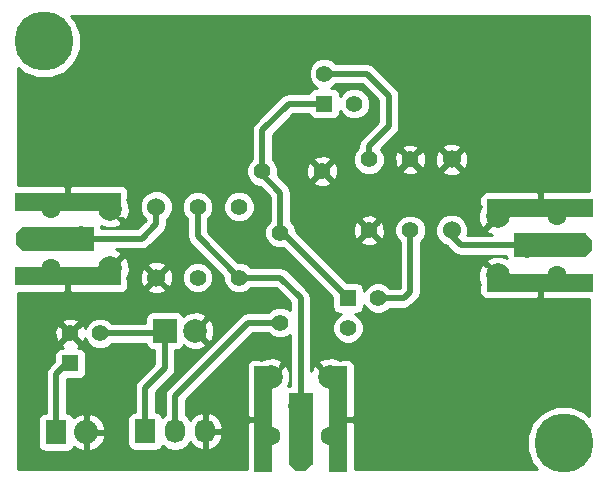
<source format=gbl>
G04 #@! TF.FileFunction,Copper,L2,Bot,Signal*
%FSLAX45Y45*%
G04 Gerber Fmt 4.5, Leading zero omitted, Abs format (unit mm)*
G04 Created by KiCad (PCBNEW (2015-01-25 BZR 5388)-product) date Mo 03 Aug 2015 14:19:02 CEST*
%MOMM*%
G01*
G04 APERTURE LIST*
%ADD10C,0.150000*%
%ADD11R,1.800000X2.032000*%
%ADD12O,2.032000X2.032000*%
%ADD13C,5.001260*%
%ADD14C,1.524000*%
%ADD15C,1.397000*%
%ADD16R,1.397000X1.397000*%
%ADD17R,1.998980X1.998980*%
%ADD18C,1.998980*%
%ADD19R,1.524000X8.999220*%
%ADD20R,1.998980X6.096000*%
%ADD21C,1.600200*%
%ADD22R,8.999220X1.524000*%
%ADD23R,6.096000X1.998980*%
%ADD24R,1.727200X2.032000*%
%ADD25O,1.727200X2.032000*%
%ADD26C,0.508000*%
%ADD27C,0.254000*%
G04 APERTURE END LIST*
D10*
D11*
X12803000Y-9810000D03*
D12*
X13057000Y-9810000D03*
D13*
X17100042Y-9900158D03*
X12700000Y-6499860D03*
D14*
X16150082Y-8100060D03*
X16150082Y-7500112D03*
D15*
X15800070Y-8100060D03*
X15800070Y-7500112D03*
X15450058Y-8100060D03*
X15450058Y-7500112D03*
D14*
X13649960Y-7899908D03*
X13649960Y-8499856D03*
D15*
X13999972Y-7899908D03*
X13999972Y-8499856D03*
X14349984Y-7899908D03*
X14349984Y-8499856D03*
X15527020Y-8673084D03*
D16*
X15273020Y-8673084D03*
D15*
X15273020Y-8927084D03*
X14699996Y-8881110D03*
X14699996Y-8119110D03*
D17*
X13723112Y-8949944D03*
D18*
X13977112Y-8949944D03*
D15*
X14546072Y-7599934D03*
X15054072Y-7599934D03*
D16*
X12923012Y-9227058D03*
D15*
X12923012Y-8973058D03*
X13177012Y-8973058D03*
X15073122Y-6772910D03*
D16*
X15073122Y-7026910D03*
D15*
X15327122Y-7026910D03*
D19*
X15189454Y-9700006D03*
D10*
G36*
X14773021Y-10089261D02*
X14972919Y-10089261D01*
X14912975Y-10139299D01*
X14832965Y-10139299D01*
X14773021Y-10089261D01*
X14773021Y-10089261D01*
G37*
D19*
X14556994Y-9700006D03*
D20*
X14872970Y-9784080D03*
D18*
X14867890Y-9590024D03*
D21*
X14617954Y-9839960D03*
X15118080Y-9839960D03*
D18*
X15118080Y-9340088D03*
X14617954Y-9340088D03*
D22*
X16899890Y-7910576D03*
D10*
G36*
X17289145Y-8327009D02*
X17289145Y-8127111D01*
X17339183Y-8187055D01*
X17339183Y-8267065D01*
X17289145Y-8327009D01*
X17289145Y-8327009D01*
G37*
D22*
X16899890Y-8543036D03*
D23*
X16983964Y-8227060D03*
D18*
X16789908Y-8232140D03*
D21*
X17039844Y-8482076D03*
X17039844Y-7981950D03*
D18*
X16539972Y-7981950D03*
X16539972Y-8482076D03*
D22*
X12900152Y-8489442D03*
D10*
G36*
X12510897Y-8073009D02*
X12510897Y-8272907D01*
X12460859Y-8212963D01*
X12460859Y-8132953D01*
X12510897Y-8073009D01*
X12510897Y-8073009D01*
G37*
D22*
X12900152Y-7856982D03*
D23*
X12816078Y-8172958D03*
D18*
X13010134Y-8167878D03*
D21*
X12760198Y-7917942D03*
X12760198Y-8418068D03*
D18*
X13260070Y-8418068D03*
X13260070Y-7917942D03*
D24*
X13556000Y-9800000D03*
D25*
X13810000Y-9800000D03*
X14064000Y-9800000D03*
D26*
X14546072Y-7253986D02*
X14773148Y-7026910D01*
X14546072Y-7599934D02*
X14546072Y-7626096D01*
X14546072Y-7626096D02*
X14699996Y-7780020D01*
X14773148Y-7026910D02*
X15073122Y-7026910D01*
X14546072Y-7599934D02*
X14546072Y-7253986D01*
X14699996Y-8100060D02*
X15273020Y-8673084D01*
X14699996Y-7780020D02*
X14699996Y-8100060D01*
X13723112Y-8949944D02*
X13723112Y-9266888D01*
X13556000Y-9434000D02*
X13556000Y-9800000D01*
X13723112Y-9266888D02*
X13556000Y-9434000D01*
X13699998Y-8973058D02*
X13723112Y-8949944D01*
X13177012Y-8973058D02*
X13699998Y-8973058D01*
X12923012Y-9227058D02*
X12892942Y-9227058D01*
X12892942Y-9227058D02*
X12803000Y-9317000D01*
X12803000Y-9317000D02*
X12803000Y-9810000D01*
X15527020Y-8673084D02*
X15746984Y-8673084D01*
X15746984Y-8673084D02*
X15800070Y-8619998D01*
X15800070Y-8619998D02*
X15800070Y-8100060D01*
X15450058Y-7389876D02*
X15619984Y-7219950D01*
X15619984Y-7219950D02*
X15619984Y-6959854D01*
X15619984Y-6959854D02*
X15433040Y-6772910D01*
X15433040Y-6772910D02*
X15073122Y-6772910D01*
X15450058Y-7500112D02*
X15450058Y-7389876D01*
X13810000Y-9800000D02*
X13810000Y-9500000D01*
X14428890Y-8881110D02*
X14699996Y-8881110D01*
X13810000Y-9500000D02*
X14428890Y-8881110D01*
X12816078Y-8172958D02*
X12485878Y-8172958D01*
X13649960Y-7899908D02*
X13649960Y-8050022D01*
X13649960Y-8050022D02*
X13527024Y-8172958D01*
X13527024Y-8172958D02*
X12816078Y-8172958D01*
X16983964Y-8227060D02*
X17314164Y-8227060D01*
X16150082Y-8149844D02*
X16227298Y-8227060D01*
X16227298Y-8227060D02*
X16983964Y-8227060D01*
X16150082Y-8100060D02*
X16150082Y-8149844D01*
X14872970Y-9784080D02*
X14872970Y-10114280D01*
X13999972Y-8149844D02*
X14349984Y-8499856D01*
X13999972Y-7899908D02*
X13999972Y-8149844D01*
X14699742Y-8499856D02*
X14872970Y-8673084D01*
X14872970Y-8673084D02*
X14872970Y-9784080D01*
X14349984Y-8499856D02*
X14699742Y-8499856D01*
D27*
G36*
X17317466Y-9674129D02*
X17277893Y-9634487D01*
X17162687Y-9586650D01*
X17037944Y-9586541D01*
X16922655Y-9634177D01*
X16834371Y-9722307D01*
X16786534Y-9837513D01*
X16786425Y-9962256D01*
X16834061Y-10077545D01*
X16873775Y-10117328D01*
X15934663Y-10117328D01*
X15934663Y-7519364D01*
X15931785Y-7466392D01*
X15917050Y-7430819D01*
X15893489Y-7424654D01*
X15875528Y-7442614D01*
X15875528Y-7406693D01*
X15869363Y-7383132D01*
X15819322Y-7365519D01*
X15766350Y-7368397D01*
X15730777Y-7383132D01*
X15724612Y-7406693D01*
X15800070Y-7482151D01*
X15875528Y-7406693D01*
X15875528Y-7442614D01*
X15818030Y-7500112D01*
X15893489Y-7575570D01*
X15917050Y-7569405D01*
X15934663Y-7519364D01*
X15934663Y-10117328D01*
X15933443Y-10117328D01*
X15933443Y-8073651D01*
X15913185Y-8024622D01*
X15875705Y-7987077D01*
X15875528Y-7987004D01*
X15875528Y-7593531D01*
X15800070Y-7518072D01*
X15782109Y-7536033D01*
X15782109Y-7500112D01*
X15706651Y-7424654D01*
X15683090Y-7430819D01*
X15665477Y-7480860D01*
X15668355Y-7533832D01*
X15683090Y-7569405D01*
X15706651Y-7575570D01*
X15782109Y-7500112D01*
X15782109Y-7536033D01*
X15724612Y-7593531D01*
X15730777Y-7617092D01*
X15780818Y-7634705D01*
X15833790Y-7631827D01*
X15869363Y-7617092D01*
X15875528Y-7593531D01*
X15875528Y-7987004D01*
X15826711Y-7966733D01*
X15773661Y-7966687D01*
X15724632Y-7986945D01*
X15687087Y-8024425D01*
X15666743Y-8073419D01*
X15666697Y-8126469D01*
X15686955Y-8175498D01*
X15711170Y-8199755D01*
X15711170Y-8583174D01*
X15710160Y-8584184D01*
X15626696Y-8584184D01*
X15602655Y-8560101D01*
X15584651Y-8552625D01*
X15584651Y-8119312D01*
X15581773Y-8066340D01*
X15567038Y-8030767D01*
X15543477Y-8024602D01*
X15525516Y-8042562D01*
X15525516Y-8006641D01*
X15519351Y-7983080D01*
X15469310Y-7965467D01*
X15416338Y-7968345D01*
X15380765Y-7983080D01*
X15374600Y-8006641D01*
X15450058Y-8082099D01*
X15525516Y-8006641D01*
X15525516Y-8042562D01*
X15468018Y-8100060D01*
X15543477Y-8175518D01*
X15567038Y-8169353D01*
X15584651Y-8119312D01*
X15584651Y-8552625D01*
X15553661Y-8539757D01*
X15525516Y-8539733D01*
X15525516Y-8193479D01*
X15450058Y-8118020D01*
X15432097Y-8135981D01*
X15432097Y-8100060D01*
X15356639Y-8024602D01*
X15333078Y-8030767D01*
X15315465Y-8080808D01*
X15318343Y-8133780D01*
X15333078Y-8169353D01*
X15356639Y-8175518D01*
X15432097Y-8100060D01*
X15432097Y-8135981D01*
X15374600Y-8193479D01*
X15380765Y-8217040D01*
X15430806Y-8234653D01*
X15483778Y-8231775D01*
X15519351Y-8217040D01*
X15525516Y-8193479D01*
X15525516Y-8539733D01*
X15500611Y-8539711D01*
X15451582Y-8559969D01*
X15414037Y-8597449D01*
X15407614Y-8612918D01*
X15407614Y-8603234D01*
X15402916Y-8579022D01*
X15388937Y-8557741D01*
X15367834Y-8543496D01*
X15342870Y-8538490D01*
X15264150Y-8538490D01*
X15188665Y-8463005D01*
X15188665Y-7619186D01*
X15185787Y-7566214D01*
X15171052Y-7530641D01*
X15147491Y-7524476D01*
X15129530Y-7542436D01*
X15129530Y-7506515D01*
X15123365Y-7482954D01*
X15073324Y-7465341D01*
X15020352Y-7468219D01*
X14984779Y-7482954D01*
X14978614Y-7506515D01*
X15054072Y-7581973D01*
X15129530Y-7506515D01*
X15129530Y-7542436D01*
X15072032Y-7599934D01*
X15147491Y-7675392D01*
X15171052Y-7669227D01*
X15188665Y-7619186D01*
X15188665Y-8463005D01*
X15129530Y-8403871D01*
X15129530Y-7693353D01*
X15054072Y-7617894D01*
X15036111Y-7635855D01*
X15036111Y-7599934D01*
X14960653Y-7524476D01*
X14937092Y-7530641D01*
X14919479Y-7580682D01*
X14922357Y-7633654D01*
X14937092Y-7669227D01*
X14960653Y-7675392D01*
X15036111Y-7599934D01*
X15036111Y-7635855D01*
X14978614Y-7693353D01*
X14984779Y-7716914D01*
X15034820Y-7734527D01*
X15087792Y-7731649D01*
X15123365Y-7716914D01*
X15129530Y-7693353D01*
X15129530Y-8403871D01*
X14833356Y-8107696D01*
X14833369Y-8092701D01*
X14813111Y-8043672D01*
X14788896Y-8019415D01*
X14788896Y-7780020D01*
X14782129Y-7745999D01*
X14782129Y-7745999D01*
X14762858Y-7717158D01*
X14677309Y-7631609D01*
X14679399Y-7626575D01*
X14679445Y-7573525D01*
X14659187Y-7524496D01*
X14634972Y-7500239D01*
X14634972Y-7290810D01*
X14809972Y-7115810D01*
X14942224Y-7115810D01*
X14943226Y-7120972D01*
X14957205Y-7142253D01*
X14978308Y-7156498D01*
X15003272Y-7161504D01*
X15142972Y-7161504D01*
X15167184Y-7156806D01*
X15188465Y-7142827D01*
X15202710Y-7121724D01*
X15207716Y-7096760D01*
X15207716Y-7087122D01*
X15214007Y-7102348D01*
X15251487Y-7139893D01*
X15300481Y-7160237D01*
X15353531Y-7160283D01*
X15402560Y-7140025D01*
X15440105Y-7102545D01*
X15460449Y-7053551D01*
X15460495Y-7000501D01*
X15440237Y-6951472D01*
X15402757Y-6913927D01*
X15353763Y-6893583D01*
X15300713Y-6893537D01*
X15251684Y-6913795D01*
X15214139Y-6951275D01*
X15207716Y-6966744D01*
X15207716Y-6957060D01*
X15203018Y-6932848D01*
X15189039Y-6911567D01*
X15167936Y-6897322D01*
X15142972Y-6892316D01*
X15133334Y-6892316D01*
X15148560Y-6886025D01*
X15172817Y-6861810D01*
X15396216Y-6861810D01*
X15531084Y-6996678D01*
X15531084Y-7183126D01*
X15387196Y-7327014D01*
X15367925Y-7355855D01*
X15361158Y-7389876D01*
X15361158Y-7400436D01*
X15337075Y-7424477D01*
X15316731Y-7473471D01*
X15316685Y-7526521D01*
X15336943Y-7575550D01*
X15374423Y-7613095D01*
X15423417Y-7633439D01*
X15476467Y-7633485D01*
X15525496Y-7613227D01*
X15563041Y-7575747D01*
X15583385Y-7526753D01*
X15583431Y-7473703D01*
X15563173Y-7424674D01*
X15552088Y-7413570D01*
X15682846Y-7282812D01*
X15702117Y-7253971D01*
X15702117Y-7253970D01*
X15708884Y-7219950D01*
X15708884Y-6959854D01*
X15702117Y-6925833D01*
X15682846Y-6896992D01*
X15495902Y-6710048D01*
X15467061Y-6690777D01*
X15433040Y-6684010D01*
X15172798Y-6684010D01*
X15148757Y-6659927D01*
X15099763Y-6639583D01*
X15046713Y-6639537D01*
X14997684Y-6659795D01*
X14960139Y-6697275D01*
X14939795Y-6746269D01*
X14939749Y-6799319D01*
X14960007Y-6848348D01*
X14997487Y-6885893D01*
X15012956Y-6892316D01*
X15003272Y-6892316D01*
X14979060Y-6897014D01*
X14957779Y-6910993D01*
X14943534Y-6932096D01*
X14942348Y-6938010D01*
X14773148Y-6938010D01*
X14739127Y-6944777D01*
X14710286Y-6964048D01*
X14483210Y-7191124D01*
X14463939Y-7219965D01*
X14457172Y-7253986D01*
X14457172Y-7500258D01*
X14433089Y-7524299D01*
X14412745Y-7573293D01*
X14412699Y-7626343D01*
X14432957Y-7675372D01*
X14470437Y-7712917D01*
X14519431Y-7733261D01*
X14527520Y-7733268D01*
X14611096Y-7816844D01*
X14611096Y-8019434D01*
X14587013Y-8043475D01*
X14566669Y-8092469D01*
X14566623Y-8145519D01*
X14586881Y-8194548D01*
X14624361Y-8232093D01*
X14673355Y-8252437D01*
X14726405Y-8252483D01*
X14726610Y-8252398D01*
X15138426Y-8664214D01*
X15138426Y-8742934D01*
X15143124Y-8767146D01*
X15157103Y-8788427D01*
X15178206Y-8802672D01*
X15203170Y-8807678D01*
X15212808Y-8807678D01*
X15197582Y-8813969D01*
X15160037Y-8851449D01*
X15139693Y-8900443D01*
X15139647Y-8953493D01*
X15159905Y-9002522D01*
X15197385Y-9040067D01*
X15246379Y-9060411D01*
X15299429Y-9060457D01*
X15348458Y-9040199D01*
X15386003Y-9002719D01*
X15406347Y-8953725D01*
X15406393Y-8900675D01*
X15386135Y-8851646D01*
X15348655Y-8814101D01*
X15333186Y-8807678D01*
X15342870Y-8807678D01*
X15367082Y-8802980D01*
X15388363Y-8789001D01*
X15402608Y-8767898D01*
X15407614Y-8742934D01*
X15407614Y-8733296D01*
X15413905Y-8748522D01*
X15451385Y-8786067D01*
X15500379Y-8806411D01*
X15553429Y-8806457D01*
X15602458Y-8786199D01*
X15626715Y-8761984D01*
X15746984Y-8761984D01*
X15781004Y-8755217D01*
X15781005Y-8755217D01*
X15809846Y-8735946D01*
X15862932Y-8682860D01*
X15882203Y-8654019D01*
X15888970Y-8619998D01*
X15888970Y-8199736D01*
X15913053Y-8175695D01*
X15933397Y-8126701D01*
X15933443Y-8073651D01*
X15933443Y-10117328D01*
X15329154Y-10117328D01*
X15329154Y-9728581D01*
X15313279Y-9712706D01*
X15202154Y-9712706D01*
X15202154Y-9714706D01*
X15193529Y-9714706D01*
X15193486Y-9714565D01*
X15174754Y-9707832D01*
X15174754Y-9687306D01*
X15176754Y-9687306D01*
X15176754Y-9493881D01*
X15202154Y-9483360D01*
X15202154Y-9687306D01*
X15313279Y-9687306D01*
X15329154Y-9671431D01*
X15329154Y-9237414D01*
X15319487Y-9214075D01*
X15301624Y-9196212D01*
X15278285Y-9186545D01*
X15253023Y-9186545D01*
X15218029Y-9186545D01*
X15205720Y-9198854D01*
X15205476Y-9198192D01*
X15144522Y-9175548D01*
X15079542Y-9177954D01*
X15030684Y-9198192D01*
X15020824Y-9224872D01*
X15049754Y-9253801D01*
X15049754Y-9289723D01*
X15002864Y-9242832D01*
X14976183Y-9252692D01*
X14961870Y-9291223D01*
X14961870Y-8673084D01*
X14955103Y-8639064D01*
X14955103Y-8639063D01*
X14935832Y-8610222D01*
X14762604Y-8436994D01*
X14733763Y-8417723D01*
X14699742Y-8410956D01*
X14483357Y-8410956D01*
X14483357Y-7873499D01*
X14463099Y-7824470D01*
X14425619Y-7786925D01*
X14376625Y-7766581D01*
X14323575Y-7766535D01*
X14274546Y-7786793D01*
X14237001Y-7824273D01*
X14216657Y-7873267D01*
X14216611Y-7926317D01*
X14236869Y-7975346D01*
X14274349Y-8012891D01*
X14323343Y-8033235D01*
X14376393Y-8033281D01*
X14425422Y-8013023D01*
X14462967Y-7975543D01*
X14483311Y-7926549D01*
X14483357Y-7873499D01*
X14483357Y-8410956D01*
X14449660Y-8410956D01*
X14425619Y-8386873D01*
X14376625Y-8366529D01*
X14342351Y-8366499D01*
X14088872Y-8113020D01*
X14088872Y-7999584D01*
X14112955Y-7975543D01*
X14133299Y-7926549D01*
X14133345Y-7873499D01*
X14113087Y-7824470D01*
X14075607Y-7786925D01*
X14026613Y-7766581D01*
X13973563Y-7766535D01*
X13924534Y-7786793D01*
X13886989Y-7824273D01*
X13866645Y-7873267D01*
X13866599Y-7926317D01*
X13886857Y-7975346D01*
X13911072Y-7999603D01*
X13911072Y-8149844D01*
X13917839Y-8183865D01*
X13937110Y-8212706D01*
X14216640Y-8492236D01*
X14216611Y-8526265D01*
X14236869Y-8575294D01*
X14274349Y-8612839D01*
X14323343Y-8633183D01*
X14376393Y-8633229D01*
X14425422Y-8612971D01*
X14449679Y-8588756D01*
X14662918Y-8588756D01*
X14784070Y-8709908D01*
X14784070Y-8776581D01*
X14775631Y-8768127D01*
X14726637Y-8747783D01*
X14673587Y-8747737D01*
X14624558Y-8767995D01*
X14600301Y-8792210D01*
X14428890Y-8792210D01*
X14394869Y-8798977D01*
X14366028Y-8818248D01*
X14141652Y-9042624D01*
X14141652Y-8976386D01*
X14139246Y-8911406D01*
X14133345Y-8897160D01*
X14133345Y-8473447D01*
X14113087Y-8424418D01*
X14075607Y-8386873D01*
X14026613Y-8366529D01*
X13973563Y-8366483D01*
X13924534Y-8386741D01*
X13886989Y-8424221D01*
X13866645Y-8473215D01*
X13866599Y-8526265D01*
X13886857Y-8575294D01*
X13924337Y-8612839D01*
X13973331Y-8633183D01*
X14026381Y-8633229D01*
X14075410Y-8612971D01*
X14112955Y-8575491D01*
X14133299Y-8526497D01*
X14133345Y-8473447D01*
X14133345Y-8897160D01*
X14119008Y-8862548D01*
X14092328Y-8852688D01*
X13995072Y-8949944D01*
X14092328Y-9047200D01*
X14119008Y-9037340D01*
X14141652Y-8976386D01*
X14141652Y-9042624D01*
X13747138Y-9437138D01*
X13727867Y-9465979D01*
X13721100Y-9500000D01*
X13721100Y-9664155D01*
X13704033Y-9675559D01*
X13702978Y-9677137D01*
X13702406Y-9674188D01*
X13688427Y-9652907D01*
X13667324Y-9638662D01*
X13644900Y-9634165D01*
X13644900Y-9470824D01*
X13785974Y-9329750D01*
X13805245Y-9300909D01*
X13805245Y-9300909D01*
X13812012Y-9266888D01*
X13812012Y-9114637D01*
X13823061Y-9114637D01*
X13847273Y-9109939D01*
X13868554Y-9095960D01*
X13882799Y-9074857D01*
X13883024Y-9073732D01*
X13889716Y-9091841D01*
X13950670Y-9114484D01*
X14015650Y-9112078D01*
X14064508Y-9091841D01*
X14074368Y-9065160D01*
X13977112Y-8967905D01*
X13975698Y-8969319D01*
X13957737Y-8951358D01*
X13959151Y-8949944D01*
X13957737Y-8948530D01*
X13975698Y-8930569D01*
X13977112Y-8931984D01*
X14074368Y-8834728D01*
X14064508Y-8808048D01*
X14003554Y-8785404D01*
X13938574Y-8787810D01*
X13889716Y-8808048D01*
X13883126Y-8825880D01*
X13883107Y-8825783D01*
X13869128Y-8804502D01*
X13848025Y-8790257D01*
X13823061Y-8785251D01*
X13790874Y-8785251D01*
X13790874Y-8520626D01*
X13788096Y-8465119D01*
X13772200Y-8426742D01*
X13747981Y-8419795D01*
X13730021Y-8437756D01*
X13730021Y-8401835D01*
X13723074Y-8377616D01*
X13670730Y-8358942D01*
X13615223Y-8361720D01*
X13576846Y-8377616D01*
X13569899Y-8401835D01*
X13649960Y-8481896D01*
X13730021Y-8401835D01*
X13730021Y-8437756D01*
X13667920Y-8499856D01*
X13747981Y-8579917D01*
X13772200Y-8572970D01*
X13790874Y-8520626D01*
X13790874Y-8785251D01*
X13730021Y-8785251D01*
X13730021Y-8597877D01*
X13649960Y-8517817D01*
X13631999Y-8535777D01*
X13631999Y-8499856D01*
X13551939Y-8419795D01*
X13527720Y-8426742D01*
X13509046Y-8479086D01*
X13511824Y-8534593D01*
X13527720Y-8572970D01*
X13551939Y-8579917D01*
X13631999Y-8499856D01*
X13631999Y-8535777D01*
X13569899Y-8597877D01*
X13576846Y-8622096D01*
X13629190Y-8640770D01*
X13684697Y-8637992D01*
X13723074Y-8622096D01*
X13730021Y-8597877D01*
X13730021Y-8785251D01*
X13623163Y-8785251D01*
X13598951Y-8789949D01*
X13577670Y-8803928D01*
X13563425Y-8825031D01*
X13558419Y-8849995D01*
X13558419Y-8884158D01*
X13276688Y-8884158D01*
X13252647Y-8860075D01*
X13203653Y-8839731D01*
X13150603Y-8839685D01*
X13101574Y-8859943D01*
X13064029Y-8897423D01*
X13050681Y-8929570D01*
X13039992Y-8903765D01*
X13016431Y-8897600D01*
X12998470Y-8915560D01*
X12998470Y-8879639D01*
X12992305Y-8856078D01*
X12942264Y-8838465D01*
X12889292Y-8841343D01*
X12853719Y-8856078D01*
X12847554Y-8879639D01*
X12923012Y-8955098D01*
X12998470Y-8879639D01*
X12998470Y-8915560D01*
X12940972Y-8973058D01*
X13016431Y-9048516D01*
X13039992Y-9042351D01*
X13049820Y-9014427D01*
X13063897Y-9048496D01*
X13101377Y-9086041D01*
X13150371Y-9106385D01*
X13203421Y-9106431D01*
X13252450Y-9086173D01*
X13276707Y-9061958D01*
X13560760Y-9061958D01*
X13563117Y-9074105D01*
X13577096Y-9095386D01*
X13598199Y-9109631D01*
X13623163Y-9114637D01*
X13634212Y-9114637D01*
X13634212Y-9230064D01*
X13493138Y-9371138D01*
X13473867Y-9399979D01*
X13467100Y-9434000D01*
X13467100Y-9634149D01*
X13445428Y-9638354D01*
X13424147Y-9652333D01*
X13409902Y-9673436D01*
X13404896Y-9698400D01*
X13404896Y-9901600D01*
X13409594Y-9925812D01*
X13423573Y-9947093D01*
X13444676Y-9961338D01*
X13469640Y-9966344D01*
X13642360Y-9966344D01*
X13666572Y-9961646D01*
X13687853Y-9947667D01*
X13702098Y-9926564D01*
X13702872Y-9922704D01*
X13704033Y-9924442D01*
X13752651Y-9956927D01*
X13810000Y-9968335D01*
X13867349Y-9956927D01*
X13915967Y-9924442D01*
X13936646Y-9893493D01*
X13973796Y-9935073D01*
X14026521Y-9960471D01*
X14028097Y-9960736D01*
X14051300Y-9948622D01*
X14051300Y-9812700D01*
X14049300Y-9812700D01*
X14049300Y-9787300D01*
X14051300Y-9787300D01*
X14051300Y-9651378D01*
X14028097Y-9639264D01*
X14026521Y-9639529D01*
X13973796Y-9664927D01*
X13936646Y-9706507D01*
X13915967Y-9675559D01*
X13898900Y-9664155D01*
X13898900Y-9536824D01*
X14465714Y-8970010D01*
X14600320Y-8970010D01*
X14624361Y-8994093D01*
X14673355Y-9014437D01*
X14726405Y-9014483D01*
X14775434Y-8994225D01*
X14784070Y-8985604D01*
X14784070Y-9414216D01*
X14764635Y-9414605D01*
X14782494Y-9366530D01*
X14780088Y-9301550D01*
X14759850Y-9252692D01*
X14733170Y-9242832D01*
X14696694Y-9279309D01*
X14696694Y-9243387D01*
X14715210Y-9224872D01*
X14705350Y-9198192D01*
X14644396Y-9175548D01*
X14579416Y-9177954D01*
X14537281Y-9195407D01*
X14528419Y-9186545D01*
X14493425Y-9186545D01*
X14468163Y-9186545D01*
X14444824Y-9196212D01*
X14426961Y-9214075D01*
X14417294Y-9237414D01*
X14417294Y-9671431D01*
X14433169Y-9687306D01*
X14544294Y-9687306D01*
X14544294Y-9487087D01*
X14569694Y-9496523D01*
X14569694Y-9687306D01*
X14571694Y-9687306D01*
X14571694Y-9702492D01*
X14544294Y-9713842D01*
X14544294Y-9712706D01*
X14433169Y-9712706D01*
X14417294Y-9728581D01*
X14417294Y-10117328D01*
X14212518Y-10117328D01*
X14212518Y-9836191D01*
X14212518Y-9763809D01*
X14193195Y-9708568D01*
X14154204Y-9664927D01*
X14101479Y-9639529D01*
X14099903Y-9639264D01*
X14076700Y-9651378D01*
X14076700Y-9787300D01*
X14198092Y-9787300D01*
X14212518Y-9763809D01*
X14212518Y-9836191D01*
X14198092Y-9812700D01*
X14076700Y-9812700D01*
X14076700Y-9948622D01*
X14099903Y-9960736D01*
X14101479Y-9960471D01*
X14154204Y-9935073D01*
X14193195Y-9891432D01*
X14212518Y-9836191D01*
X14212518Y-10117328D01*
X13217597Y-10117328D01*
X13217597Y-9848294D01*
X13217597Y-9771706D01*
X13197638Y-9723518D01*
X13153838Y-9676281D01*
X13095295Y-9649402D01*
X13069700Y-9661263D01*
X13069700Y-9797300D01*
X13205684Y-9797300D01*
X13217597Y-9771706D01*
X13217597Y-9848294D01*
X13205684Y-9822700D01*
X13069700Y-9822700D01*
X13069700Y-9958737D01*
X13095295Y-9970598D01*
X13153838Y-9943719D01*
X13197638Y-9896482D01*
X13217597Y-9848294D01*
X13217597Y-10117328D01*
X13057606Y-10117328D01*
X13057606Y-9296908D01*
X13057606Y-9157208D01*
X13052908Y-9132996D01*
X13038929Y-9111715D01*
X13017826Y-9097470D01*
X12992862Y-9092464D01*
X12986448Y-9092464D01*
X12992305Y-9090038D01*
X12998470Y-9066477D01*
X12923012Y-8991019D01*
X12905051Y-9008979D01*
X12905051Y-8973058D01*
X12829593Y-8897600D01*
X12806032Y-8903765D01*
X12788419Y-8953806D01*
X12791297Y-9006778D01*
X12806032Y-9042351D01*
X12829593Y-9048516D01*
X12905051Y-8973058D01*
X12905051Y-9008979D01*
X12847554Y-9066477D01*
X12853719Y-9090038D01*
X12860612Y-9092464D01*
X12853162Y-9092464D01*
X12828950Y-9097162D01*
X12807669Y-9111141D01*
X12793424Y-9132244D01*
X12788418Y-9157208D01*
X12788418Y-9205858D01*
X12740138Y-9254138D01*
X12720867Y-9282979D01*
X12714100Y-9317000D01*
X12714100Y-9643656D01*
X12713000Y-9643656D01*
X12688788Y-9648354D01*
X12667507Y-9662333D01*
X12653262Y-9683436D01*
X12648256Y-9708400D01*
X12648256Y-9911600D01*
X12652954Y-9935812D01*
X12666933Y-9957093D01*
X12688036Y-9971338D01*
X12713000Y-9976344D01*
X12893000Y-9976344D01*
X12917212Y-9971646D01*
X12938493Y-9957667D01*
X12952738Y-9936564D01*
X12952878Y-9935863D01*
X12960162Y-9943719D01*
X13018705Y-9970598D01*
X13044300Y-9958737D01*
X13044300Y-9822700D01*
X13042300Y-9822700D01*
X13042300Y-9797300D01*
X13044300Y-9797300D01*
X13044300Y-9661263D01*
X13018705Y-9649402D01*
X12960162Y-9676281D01*
X12952957Y-9684052D01*
X12939067Y-9662907D01*
X12917964Y-9648662D01*
X12893000Y-9643656D01*
X12891900Y-9643656D01*
X12891900Y-9361652D01*
X12992862Y-9361652D01*
X13017074Y-9356954D01*
X13038355Y-9342975D01*
X13052600Y-9321872D01*
X13057606Y-9296908D01*
X13057606Y-10117328D01*
X12482576Y-10117328D01*
X12482576Y-8629142D01*
X12871577Y-8629142D01*
X12887452Y-8613267D01*
X12887452Y-8502142D01*
X12885452Y-8502142D01*
X12885452Y-8493517D01*
X12885593Y-8493475D01*
X12892326Y-8474742D01*
X12912852Y-8474742D01*
X12912852Y-8476742D01*
X13106276Y-8476742D01*
X13116797Y-8502142D01*
X12912852Y-8502142D01*
X12912852Y-8613267D01*
X12928727Y-8629142D01*
X13362744Y-8629142D01*
X13386083Y-8619475D01*
X13403946Y-8601612D01*
X13413613Y-8578273D01*
X13413613Y-8553011D01*
X13413613Y-8518017D01*
X13401304Y-8505708D01*
X13401966Y-8505464D01*
X13424610Y-8444510D01*
X13422204Y-8379530D01*
X13401966Y-8330672D01*
X13375286Y-8320812D01*
X13346356Y-8349742D01*
X13310435Y-8349742D01*
X13357326Y-8302852D01*
X13347466Y-8276171D01*
X13308935Y-8261858D01*
X13527024Y-8261858D01*
X13561044Y-8255091D01*
X13561045Y-8255091D01*
X13589886Y-8235820D01*
X13712822Y-8112884D01*
X13732093Y-8084043D01*
X13732093Y-8084042D01*
X13738860Y-8050022D01*
X13738860Y-8008556D01*
X13768323Y-7979145D01*
X13789636Y-7927818D01*
X13789684Y-7872242D01*
X13768461Y-7820878D01*
X13729197Y-7781545D01*
X13677870Y-7760232D01*
X13622294Y-7760184D01*
X13570930Y-7781407D01*
X13531597Y-7820671D01*
X13510284Y-7871998D01*
X13510236Y-7927574D01*
X13531459Y-7978938D01*
X13561060Y-8008591D01*
X13561060Y-8013198D01*
X13490200Y-8084058D01*
X13185622Y-8084058D01*
X13185622Y-8073009D01*
X13183874Y-8063999D01*
X13233628Y-8082482D01*
X13298608Y-8080076D01*
X13347466Y-8059838D01*
X13357326Y-8033158D01*
X13320849Y-7996682D01*
X13356770Y-7996682D01*
X13375286Y-8015198D01*
X13401966Y-8005338D01*
X13424610Y-7944384D01*
X13422204Y-7879404D01*
X13404751Y-7837269D01*
X13413613Y-7828407D01*
X13413613Y-7793413D01*
X13413613Y-7768151D01*
X13403946Y-7744812D01*
X13386083Y-7726949D01*
X13362744Y-7717282D01*
X12928727Y-7717282D01*
X12912852Y-7733157D01*
X12912852Y-7844282D01*
X13113071Y-7844282D01*
X13103635Y-7869682D01*
X12912852Y-7869682D01*
X12912852Y-7871682D01*
X12897665Y-7871682D01*
X12886316Y-7844282D01*
X12887452Y-7844282D01*
X12887452Y-7733157D01*
X12871577Y-7717282D01*
X12482576Y-7717282D01*
X12482576Y-6725889D01*
X12522149Y-6765531D01*
X12637355Y-6813368D01*
X12762098Y-6813477D01*
X12877387Y-6765841D01*
X12965671Y-6677711D01*
X13013508Y-6562505D01*
X13013617Y-6437762D01*
X12965981Y-6322473D01*
X12926014Y-6282436D01*
X17317466Y-6282436D01*
X17317466Y-7770876D01*
X16928465Y-7770876D01*
X16912590Y-7786751D01*
X16912590Y-7897876D01*
X16914590Y-7897876D01*
X16914590Y-7906501D01*
X16914449Y-7906543D01*
X16907716Y-7925276D01*
X16887190Y-7925276D01*
X16887190Y-7923276D01*
X16693765Y-7923276D01*
X16683244Y-7897876D01*
X16887190Y-7897876D01*
X16887190Y-7786751D01*
X16871315Y-7770876D01*
X16437298Y-7770876D01*
X16413959Y-7780543D01*
X16396096Y-7798406D01*
X16386429Y-7821745D01*
X16386429Y-7847007D01*
X16386429Y-7882001D01*
X16398737Y-7894309D01*
X16398075Y-7894554D01*
X16375432Y-7955508D01*
X16377838Y-8020488D01*
X16398075Y-8069346D01*
X16424756Y-8079206D01*
X16453685Y-8050276D01*
X16489606Y-8050276D01*
X16442716Y-8097166D01*
X16452576Y-8123846D01*
X16491106Y-8138160D01*
X16290996Y-8138160D01*
X16290996Y-7520882D01*
X16288218Y-7465375D01*
X16272322Y-7426998D01*
X16248103Y-7420051D01*
X16230143Y-7438012D01*
X16230143Y-7402091D01*
X16223196Y-7377872D01*
X16170852Y-7359198D01*
X16115345Y-7361976D01*
X16076968Y-7377872D01*
X16070021Y-7402091D01*
X16150082Y-7482151D01*
X16230143Y-7402091D01*
X16230143Y-7438012D01*
X16168042Y-7500112D01*
X16248103Y-7580173D01*
X16272322Y-7573226D01*
X16290996Y-7520882D01*
X16290996Y-8138160D01*
X16285526Y-8138160D01*
X16289758Y-8127970D01*
X16289806Y-8072394D01*
X16268583Y-8021030D01*
X16230143Y-7982522D01*
X16230143Y-7598133D01*
X16150082Y-7518072D01*
X16132121Y-7536033D01*
X16132121Y-7500112D01*
X16052061Y-7420051D01*
X16027842Y-7426998D01*
X16009168Y-7479342D01*
X16011946Y-7534849D01*
X16027842Y-7573226D01*
X16052061Y-7580173D01*
X16132121Y-7500112D01*
X16132121Y-7536033D01*
X16070021Y-7598133D01*
X16076968Y-7622352D01*
X16129312Y-7641026D01*
X16184819Y-7638248D01*
X16223196Y-7622352D01*
X16230143Y-7598133D01*
X16230143Y-7982522D01*
X16229319Y-7981697D01*
X16177992Y-7960384D01*
X16122416Y-7960336D01*
X16071052Y-7981559D01*
X16031719Y-8020823D01*
X16010406Y-8072150D01*
X16010358Y-8127726D01*
X16031581Y-8179090D01*
X16070845Y-8218423D01*
X16108625Y-8234110D01*
X16164436Y-8289922D01*
X16193277Y-8309193D01*
X16193277Y-8309193D01*
X16227298Y-8315960D01*
X16614420Y-8315960D01*
X16614420Y-8327009D01*
X16616168Y-8336019D01*
X16566414Y-8317536D01*
X16501434Y-8319942D01*
X16452576Y-8340179D01*
X16442716Y-8366860D01*
X16479192Y-8403336D01*
X16443271Y-8403336D01*
X16424756Y-8384820D01*
X16398075Y-8394680D01*
X16375432Y-8455634D01*
X16377838Y-8520614D01*
X16395291Y-8562749D01*
X16386429Y-8571611D01*
X16386429Y-8606605D01*
X16386429Y-8631867D01*
X16396096Y-8655206D01*
X16413959Y-8673069D01*
X16437298Y-8682736D01*
X16871315Y-8682736D01*
X16887190Y-8666861D01*
X16887190Y-8555736D01*
X16686971Y-8555736D01*
X16696407Y-8530336D01*
X16887190Y-8530336D01*
X16887190Y-8528336D01*
X16902376Y-8528336D01*
X16913726Y-8555736D01*
X16912590Y-8555736D01*
X16912590Y-8666861D01*
X16928465Y-8682736D01*
X17317466Y-8682736D01*
X17317466Y-9674129D01*
X17317466Y-9674129D01*
G37*
X17317466Y-9674129D02*
X17277893Y-9634487D01*
X17162687Y-9586650D01*
X17037944Y-9586541D01*
X16922655Y-9634177D01*
X16834371Y-9722307D01*
X16786534Y-9837513D01*
X16786425Y-9962256D01*
X16834061Y-10077545D01*
X16873775Y-10117328D01*
X15934663Y-10117328D01*
X15934663Y-7519364D01*
X15931785Y-7466392D01*
X15917050Y-7430819D01*
X15893489Y-7424654D01*
X15875528Y-7442614D01*
X15875528Y-7406693D01*
X15869363Y-7383132D01*
X15819322Y-7365519D01*
X15766350Y-7368397D01*
X15730777Y-7383132D01*
X15724612Y-7406693D01*
X15800070Y-7482151D01*
X15875528Y-7406693D01*
X15875528Y-7442614D01*
X15818030Y-7500112D01*
X15893489Y-7575570D01*
X15917050Y-7569405D01*
X15934663Y-7519364D01*
X15934663Y-10117328D01*
X15933443Y-10117328D01*
X15933443Y-8073651D01*
X15913185Y-8024622D01*
X15875705Y-7987077D01*
X15875528Y-7987004D01*
X15875528Y-7593531D01*
X15800070Y-7518072D01*
X15782109Y-7536033D01*
X15782109Y-7500112D01*
X15706651Y-7424654D01*
X15683090Y-7430819D01*
X15665477Y-7480860D01*
X15668355Y-7533832D01*
X15683090Y-7569405D01*
X15706651Y-7575570D01*
X15782109Y-7500112D01*
X15782109Y-7536033D01*
X15724612Y-7593531D01*
X15730777Y-7617092D01*
X15780818Y-7634705D01*
X15833790Y-7631827D01*
X15869363Y-7617092D01*
X15875528Y-7593531D01*
X15875528Y-7987004D01*
X15826711Y-7966733D01*
X15773661Y-7966687D01*
X15724632Y-7986945D01*
X15687087Y-8024425D01*
X15666743Y-8073419D01*
X15666697Y-8126469D01*
X15686955Y-8175498D01*
X15711170Y-8199755D01*
X15711170Y-8583174D01*
X15710160Y-8584184D01*
X15626696Y-8584184D01*
X15602655Y-8560101D01*
X15584651Y-8552625D01*
X15584651Y-8119312D01*
X15581773Y-8066340D01*
X15567038Y-8030767D01*
X15543477Y-8024602D01*
X15525516Y-8042562D01*
X15525516Y-8006641D01*
X15519351Y-7983080D01*
X15469310Y-7965467D01*
X15416338Y-7968345D01*
X15380765Y-7983080D01*
X15374600Y-8006641D01*
X15450058Y-8082099D01*
X15525516Y-8006641D01*
X15525516Y-8042562D01*
X15468018Y-8100060D01*
X15543477Y-8175518D01*
X15567038Y-8169353D01*
X15584651Y-8119312D01*
X15584651Y-8552625D01*
X15553661Y-8539757D01*
X15525516Y-8539733D01*
X15525516Y-8193479D01*
X15450058Y-8118020D01*
X15432097Y-8135981D01*
X15432097Y-8100060D01*
X15356639Y-8024602D01*
X15333078Y-8030767D01*
X15315465Y-8080808D01*
X15318343Y-8133780D01*
X15333078Y-8169353D01*
X15356639Y-8175518D01*
X15432097Y-8100060D01*
X15432097Y-8135981D01*
X15374600Y-8193479D01*
X15380765Y-8217040D01*
X15430806Y-8234653D01*
X15483778Y-8231775D01*
X15519351Y-8217040D01*
X15525516Y-8193479D01*
X15525516Y-8539733D01*
X15500611Y-8539711D01*
X15451582Y-8559969D01*
X15414037Y-8597449D01*
X15407614Y-8612918D01*
X15407614Y-8603234D01*
X15402916Y-8579022D01*
X15388937Y-8557741D01*
X15367834Y-8543496D01*
X15342870Y-8538490D01*
X15264150Y-8538490D01*
X15188665Y-8463005D01*
X15188665Y-7619186D01*
X15185787Y-7566214D01*
X15171052Y-7530641D01*
X15147491Y-7524476D01*
X15129530Y-7542436D01*
X15129530Y-7506515D01*
X15123365Y-7482954D01*
X15073324Y-7465341D01*
X15020352Y-7468219D01*
X14984779Y-7482954D01*
X14978614Y-7506515D01*
X15054072Y-7581973D01*
X15129530Y-7506515D01*
X15129530Y-7542436D01*
X15072032Y-7599934D01*
X15147491Y-7675392D01*
X15171052Y-7669227D01*
X15188665Y-7619186D01*
X15188665Y-8463005D01*
X15129530Y-8403871D01*
X15129530Y-7693353D01*
X15054072Y-7617894D01*
X15036111Y-7635855D01*
X15036111Y-7599934D01*
X14960653Y-7524476D01*
X14937092Y-7530641D01*
X14919479Y-7580682D01*
X14922357Y-7633654D01*
X14937092Y-7669227D01*
X14960653Y-7675392D01*
X15036111Y-7599934D01*
X15036111Y-7635855D01*
X14978614Y-7693353D01*
X14984779Y-7716914D01*
X15034820Y-7734527D01*
X15087792Y-7731649D01*
X15123365Y-7716914D01*
X15129530Y-7693353D01*
X15129530Y-8403871D01*
X14833356Y-8107696D01*
X14833369Y-8092701D01*
X14813111Y-8043672D01*
X14788896Y-8019415D01*
X14788896Y-7780020D01*
X14782129Y-7745999D01*
X14782129Y-7745999D01*
X14762858Y-7717158D01*
X14677309Y-7631609D01*
X14679399Y-7626575D01*
X14679445Y-7573525D01*
X14659187Y-7524496D01*
X14634972Y-7500239D01*
X14634972Y-7290810D01*
X14809972Y-7115810D01*
X14942224Y-7115810D01*
X14943226Y-7120972D01*
X14957205Y-7142253D01*
X14978308Y-7156498D01*
X15003272Y-7161504D01*
X15142972Y-7161504D01*
X15167184Y-7156806D01*
X15188465Y-7142827D01*
X15202710Y-7121724D01*
X15207716Y-7096760D01*
X15207716Y-7087122D01*
X15214007Y-7102348D01*
X15251487Y-7139893D01*
X15300481Y-7160237D01*
X15353531Y-7160283D01*
X15402560Y-7140025D01*
X15440105Y-7102545D01*
X15460449Y-7053551D01*
X15460495Y-7000501D01*
X15440237Y-6951472D01*
X15402757Y-6913927D01*
X15353763Y-6893583D01*
X15300713Y-6893537D01*
X15251684Y-6913795D01*
X15214139Y-6951275D01*
X15207716Y-6966744D01*
X15207716Y-6957060D01*
X15203018Y-6932848D01*
X15189039Y-6911567D01*
X15167936Y-6897322D01*
X15142972Y-6892316D01*
X15133334Y-6892316D01*
X15148560Y-6886025D01*
X15172817Y-6861810D01*
X15396216Y-6861810D01*
X15531084Y-6996678D01*
X15531084Y-7183126D01*
X15387196Y-7327014D01*
X15367925Y-7355855D01*
X15361158Y-7389876D01*
X15361158Y-7400436D01*
X15337075Y-7424477D01*
X15316731Y-7473471D01*
X15316685Y-7526521D01*
X15336943Y-7575550D01*
X15374423Y-7613095D01*
X15423417Y-7633439D01*
X15476467Y-7633485D01*
X15525496Y-7613227D01*
X15563041Y-7575747D01*
X15583385Y-7526753D01*
X15583431Y-7473703D01*
X15563173Y-7424674D01*
X15552088Y-7413570D01*
X15682846Y-7282812D01*
X15702117Y-7253971D01*
X15702117Y-7253970D01*
X15708884Y-7219950D01*
X15708884Y-6959854D01*
X15702117Y-6925833D01*
X15682846Y-6896992D01*
X15495902Y-6710048D01*
X15467061Y-6690777D01*
X15433040Y-6684010D01*
X15172798Y-6684010D01*
X15148757Y-6659927D01*
X15099763Y-6639583D01*
X15046713Y-6639537D01*
X14997684Y-6659795D01*
X14960139Y-6697275D01*
X14939795Y-6746269D01*
X14939749Y-6799319D01*
X14960007Y-6848348D01*
X14997487Y-6885893D01*
X15012956Y-6892316D01*
X15003272Y-6892316D01*
X14979060Y-6897014D01*
X14957779Y-6910993D01*
X14943534Y-6932096D01*
X14942348Y-6938010D01*
X14773148Y-6938010D01*
X14739127Y-6944777D01*
X14710286Y-6964048D01*
X14483210Y-7191124D01*
X14463939Y-7219965D01*
X14457172Y-7253986D01*
X14457172Y-7500258D01*
X14433089Y-7524299D01*
X14412745Y-7573293D01*
X14412699Y-7626343D01*
X14432957Y-7675372D01*
X14470437Y-7712917D01*
X14519431Y-7733261D01*
X14527520Y-7733268D01*
X14611096Y-7816844D01*
X14611096Y-8019434D01*
X14587013Y-8043475D01*
X14566669Y-8092469D01*
X14566623Y-8145519D01*
X14586881Y-8194548D01*
X14624361Y-8232093D01*
X14673355Y-8252437D01*
X14726405Y-8252483D01*
X14726610Y-8252398D01*
X15138426Y-8664214D01*
X15138426Y-8742934D01*
X15143124Y-8767146D01*
X15157103Y-8788427D01*
X15178206Y-8802672D01*
X15203170Y-8807678D01*
X15212808Y-8807678D01*
X15197582Y-8813969D01*
X15160037Y-8851449D01*
X15139693Y-8900443D01*
X15139647Y-8953493D01*
X15159905Y-9002522D01*
X15197385Y-9040067D01*
X15246379Y-9060411D01*
X15299429Y-9060457D01*
X15348458Y-9040199D01*
X15386003Y-9002719D01*
X15406347Y-8953725D01*
X15406393Y-8900675D01*
X15386135Y-8851646D01*
X15348655Y-8814101D01*
X15333186Y-8807678D01*
X15342870Y-8807678D01*
X15367082Y-8802980D01*
X15388363Y-8789001D01*
X15402608Y-8767898D01*
X15407614Y-8742934D01*
X15407614Y-8733296D01*
X15413905Y-8748522D01*
X15451385Y-8786067D01*
X15500379Y-8806411D01*
X15553429Y-8806457D01*
X15602458Y-8786199D01*
X15626715Y-8761984D01*
X15746984Y-8761984D01*
X15781004Y-8755217D01*
X15781005Y-8755217D01*
X15809846Y-8735946D01*
X15862932Y-8682860D01*
X15882203Y-8654019D01*
X15888970Y-8619998D01*
X15888970Y-8199736D01*
X15913053Y-8175695D01*
X15933397Y-8126701D01*
X15933443Y-8073651D01*
X15933443Y-10117328D01*
X15329154Y-10117328D01*
X15329154Y-9728581D01*
X15313279Y-9712706D01*
X15202154Y-9712706D01*
X15202154Y-9714706D01*
X15193529Y-9714706D01*
X15193486Y-9714565D01*
X15174754Y-9707832D01*
X15174754Y-9687306D01*
X15176754Y-9687306D01*
X15176754Y-9493881D01*
X15202154Y-9483360D01*
X15202154Y-9687306D01*
X15313279Y-9687306D01*
X15329154Y-9671431D01*
X15329154Y-9237414D01*
X15319487Y-9214075D01*
X15301624Y-9196212D01*
X15278285Y-9186545D01*
X15253023Y-9186545D01*
X15218029Y-9186545D01*
X15205720Y-9198854D01*
X15205476Y-9198192D01*
X15144522Y-9175548D01*
X15079542Y-9177954D01*
X15030684Y-9198192D01*
X15020824Y-9224872D01*
X15049754Y-9253801D01*
X15049754Y-9289723D01*
X15002864Y-9242832D01*
X14976183Y-9252692D01*
X14961870Y-9291223D01*
X14961870Y-8673084D01*
X14955103Y-8639064D01*
X14955103Y-8639063D01*
X14935832Y-8610222D01*
X14762604Y-8436994D01*
X14733763Y-8417723D01*
X14699742Y-8410956D01*
X14483357Y-8410956D01*
X14483357Y-7873499D01*
X14463099Y-7824470D01*
X14425619Y-7786925D01*
X14376625Y-7766581D01*
X14323575Y-7766535D01*
X14274546Y-7786793D01*
X14237001Y-7824273D01*
X14216657Y-7873267D01*
X14216611Y-7926317D01*
X14236869Y-7975346D01*
X14274349Y-8012891D01*
X14323343Y-8033235D01*
X14376393Y-8033281D01*
X14425422Y-8013023D01*
X14462967Y-7975543D01*
X14483311Y-7926549D01*
X14483357Y-7873499D01*
X14483357Y-8410956D01*
X14449660Y-8410956D01*
X14425619Y-8386873D01*
X14376625Y-8366529D01*
X14342351Y-8366499D01*
X14088872Y-8113020D01*
X14088872Y-7999584D01*
X14112955Y-7975543D01*
X14133299Y-7926549D01*
X14133345Y-7873499D01*
X14113087Y-7824470D01*
X14075607Y-7786925D01*
X14026613Y-7766581D01*
X13973563Y-7766535D01*
X13924534Y-7786793D01*
X13886989Y-7824273D01*
X13866645Y-7873267D01*
X13866599Y-7926317D01*
X13886857Y-7975346D01*
X13911072Y-7999603D01*
X13911072Y-8149844D01*
X13917839Y-8183865D01*
X13937110Y-8212706D01*
X14216640Y-8492236D01*
X14216611Y-8526265D01*
X14236869Y-8575294D01*
X14274349Y-8612839D01*
X14323343Y-8633183D01*
X14376393Y-8633229D01*
X14425422Y-8612971D01*
X14449679Y-8588756D01*
X14662918Y-8588756D01*
X14784070Y-8709908D01*
X14784070Y-8776581D01*
X14775631Y-8768127D01*
X14726637Y-8747783D01*
X14673587Y-8747737D01*
X14624558Y-8767995D01*
X14600301Y-8792210D01*
X14428890Y-8792210D01*
X14394869Y-8798977D01*
X14366028Y-8818248D01*
X14141652Y-9042624D01*
X14141652Y-8976386D01*
X14139246Y-8911406D01*
X14133345Y-8897160D01*
X14133345Y-8473447D01*
X14113087Y-8424418D01*
X14075607Y-8386873D01*
X14026613Y-8366529D01*
X13973563Y-8366483D01*
X13924534Y-8386741D01*
X13886989Y-8424221D01*
X13866645Y-8473215D01*
X13866599Y-8526265D01*
X13886857Y-8575294D01*
X13924337Y-8612839D01*
X13973331Y-8633183D01*
X14026381Y-8633229D01*
X14075410Y-8612971D01*
X14112955Y-8575491D01*
X14133299Y-8526497D01*
X14133345Y-8473447D01*
X14133345Y-8897160D01*
X14119008Y-8862548D01*
X14092328Y-8852688D01*
X13995072Y-8949944D01*
X14092328Y-9047200D01*
X14119008Y-9037340D01*
X14141652Y-8976386D01*
X14141652Y-9042624D01*
X13747138Y-9437138D01*
X13727867Y-9465979D01*
X13721100Y-9500000D01*
X13721100Y-9664155D01*
X13704033Y-9675559D01*
X13702978Y-9677137D01*
X13702406Y-9674188D01*
X13688427Y-9652907D01*
X13667324Y-9638662D01*
X13644900Y-9634165D01*
X13644900Y-9470824D01*
X13785974Y-9329750D01*
X13805245Y-9300909D01*
X13805245Y-9300909D01*
X13812012Y-9266888D01*
X13812012Y-9114637D01*
X13823061Y-9114637D01*
X13847273Y-9109939D01*
X13868554Y-9095960D01*
X13882799Y-9074857D01*
X13883024Y-9073732D01*
X13889716Y-9091841D01*
X13950670Y-9114484D01*
X14015650Y-9112078D01*
X14064508Y-9091841D01*
X14074368Y-9065160D01*
X13977112Y-8967905D01*
X13975698Y-8969319D01*
X13957737Y-8951358D01*
X13959151Y-8949944D01*
X13957737Y-8948530D01*
X13975698Y-8930569D01*
X13977112Y-8931984D01*
X14074368Y-8834728D01*
X14064508Y-8808048D01*
X14003554Y-8785404D01*
X13938574Y-8787810D01*
X13889716Y-8808048D01*
X13883126Y-8825880D01*
X13883107Y-8825783D01*
X13869128Y-8804502D01*
X13848025Y-8790257D01*
X13823061Y-8785251D01*
X13790874Y-8785251D01*
X13790874Y-8520626D01*
X13788096Y-8465119D01*
X13772200Y-8426742D01*
X13747981Y-8419795D01*
X13730021Y-8437756D01*
X13730021Y-8401835D01*
X13723074Y-8377616D01*
X13670730Y-8358942D01*
X13615223Y-8361720D01*
X13576846Y-8377616D01*
X13569899Y-8401835D01*
X13649960Y-8481896D01*
X13730021Y-8401835D01*
X13730021Y-8437756D01*
X13667920Y-8499856D01*
X13747981Y-8579917D01*
X13772200Y-8572970D01*
X13790874Y-8520626D01*
X13790874Y-8785251D01*
X13730021Y-8785251D01*
X13730021Y-8597877D01*
X13649960Y-8517817D01*
X13631999Y-8535777D01*
X13631999Y-8499856D01*
X13551939Y-8419795D01*
X13527720Y-8426742D01*
X13509046Y-8479086D01*
X13511824Y-8534593D01*
X13527720Y-8572970D01*
X13551939Y-8579917D01*
X13631999Y-8499856D01*
X13631999Y-8535777D01*
X13569899Y-8597877D01*
X13576846Y-8622096D01*
X13629190Y-8640770D01*
X13684697Y-8637992D01*
X13723074Y-8622096D01*
X13730021Y-8597877D01*
X13730021Y-8785251D01*
X13623163Y-8785251D01*
X13598951Y-8789949D01*
X13577670Y-8803928D01*
X13563425Y-8825031D01*
X13558419Y-8849995D01*
X13558419Y-8884158D01*
X13276688Y-8884158D01*
X13252647Y-8860075D01*
X13203653Y-8839731D01*
X13150603Y-8839685D01*
X13101574Y-8859943D01*
X13064029Y-8897423D01*
X13050681Y-8929570D01*
X13039992Y-8903765D01*
X13016431Y-8897600D01*
X12998470Y-8915560D01*
X12998470Y-8879639D01*
X12992305Y-8856078D01*
X12942264Y-8838465D01*
X12889292Y-8841343D01*
X12853719Y-8856078D01*
X12847554Y-8879639D01*
X12923012Y-8955098D01*
X12998470Y-8879639D01*
X12998470Y-8915560D01*
X12940972Y-8973058D01*
X13016431Y-9048516D01*
X13039992Y-9042351D01*
X13049820Y-9014427D01*
X13063897Y-9048496D01*
X13101377Y-9086041D01*
X13150371Y-9106385D01*
X13203421Y-9106431D01*
X13252450Y-9086173D01*
X13276707Y-9061958D01*
X13560760Y-9061958D01*
X13563117Y-9074105D01*
X13577096Y-9095386D01*
X13598199Y-9109631D01*
X13623163Y-9114637D01*
X13634212Y-9114637D01*
X13634212Y-9230064D01*
X13493138Y-9371138D01*
X13473867Y-9399979D01*
X13467100Y-9434000D01*
X13467100Y-9634149D01*
X13445428Y-9638354D01*
X13424147Y-9652333D01*
X13409902Y-9673436D01*
X13404896Y-9698400D01*
X13404896Y-9901600D01*
X13409594Y-9925812D01*
X13423573Y-9947093D01*
X13444676Y-9961338D01*
X13469640Y-9966344D01*
X13642360Y-9966344D01*
X13666572Y-9961646D01*
X13687853Y-9947667D01*
X13702098Y-9926564D01*
X13702872Y-9922704D01*
X13704033Y-9924442D01*
X13752651Y-9956927D01*
X13810000Y-9968335D01*
X13867349Y-9956927D01*
X13915967Y-9924442D01*
X13936646Y-9893493D01*
X13973796Y-9935073D01*
X14026521Y-9960471D01*
X14028097Y-9960736D01*
X14051300Y-9948622D01*
X14051300Y-9812700D01*
X14049300Y-9812700D01*
X14049300Y-9787300D01*
X14051300Y-9787300D01*
X14051300Y-9651378D01*
X14028097Y-9639264D01*
X14026521Y-9639529D01*
X13973796Y-9664927D01*
X13936646Y-9706507D01*
X13915967Y-9675559D01*
X13898900Y-9664155D01*
X13898900Y-9536824D01*
X14465714Y-8970010D01*
X14600320Y-8970010D01*
X14624361Y-8994093D01*
X14673355Y-9014437D01*
X14726405Y-9014483D01*
X14775434Y-8994225D01*
X14784070Y-8985604D01*
X14784070Y-9414216D01*
X14764635Y-9414605D01*
X14782494Y-9366530D01*
X14780088Y-9301550D01*
X14759850Y-9252692D01*
X14733170Y-9242832D01*
X14696694Y-9279309D01*
X14696694Y-9243387D01*
X14715210Y-9224872D01*
X14705350Y-9198192D01*
X14644396Y-9175548D01*
X14579416Y-9177954D01*
X14537281Y-9195407D01*
X14528419Y-9186545D01*
X14493425Y-9186545D01*
X14468163Y-9186545D01*
X14444824Y-9196212D01*
X14426961Y-9214075D01*
X14417294Y-9237414D01*
X14417294Y-9671431D01*
X14433169Y-9687306D01*
X14544294Y-9687306D01*
X14544294Y-9487087D01*
X14569694Y-9496523D01*
X14569694Y-9687306D01*
X14571694Y-9687306D01*
X14571694Y-9702492D01*
X14544294Y-9713842D01*
X14544294Y-9712706D01*
X14433169Y-9712706D01*
X14417294Y-9728581D01*
X14417294Y-10117328D01*
X14212518Y-10117328D01*
X14212518Y-9836191D01*
X14212518Y-9763809D01*
X14193195Y-9708568D01*
X14154204Y-9664927D01*
X14101479Y-9639529D01*
X14099903Y-9639264D01*
X14076700Y-9651378D01*
X14076700Y-9787300D01*
X14198092Y-9787300D01*
X14212518Y-9763809D01*
X14212518Y-9836191D01*
X14198092Y-9812700D01*
X14076700Y-9812700D01*
X14076700Y-9948622D01*
X14099903Y-9960736D01*
X14101479Y-9960471D01*
X14154204Y-9935073D01*
X14193195Y-9891432D01*
X14212518Y-9836191D01*
X14212518Y-10117328D01*
X13217597Y-10117328D01*
X13217597Y-9848294D01*
X13217597Y-9771706D01*
X13197638Y-9723518D01*
X13153838Y-9676281D01*
X13095295Y-9649402D01*
X13069700Y-9661263D01*
X13069700Y-9797300D01*
X13205684Y-9797300D01*
X13217597Y-9771706D01*
X13217597Y-9848294D01*
X13205684Y-9822700D01*
X13069700Y-9822700D01*
X13069700Y-9958737D01*
X13095295Y-9970598D01*
X13153838Y-9943719D01*
X13197638Y-9896482D01*
X13217597Y-9848294D01*
X13217597Y-10117328D01*
X13057606Y-10117328D01*
X13057606Y-9296908D01*
X13057606Y-9157208D01*
X13052908Y-9132996D01*
X13038929Y-9111715D01*
X13017826Y-9097470D01*
X12992862Y-9092464D01*
X12986448Y-9092464D01*
X12992305Y-9090038D01*
X12998470Y-9066477D01*
X12923012Y-8991019D01*
X12905051Y-9008979D01*
X12905051Y-8973058D01*
X12829593Y-8897600D01*
X12806032Y-8903765D01*
X12788419Y-8953806D01*
X12791297Y-9006778D01*
X12806032Y-9042351D01*
X12829593Y-9048516D01*
X12905051Y-8973058D01*
X12905051Y-9008979D01*
X12847554Y-9066477D01*
X12853719Y-9090038D01*
X12860612Y-9092464D01*
X12853162Y-9092464D01*
X12828950Y-9097162D01*
X12807669Y-9111141D01*
X12793424Y-9132244D01*
X12788418Y-9157208D01*
X12788418Y-9205858D01*
X12740138Y-9254138D01*
X12720867Y-9282979D01*
X12714100Y-9317000D01*
X12714100Y-9643656D01*
X12713000Y-9643656D01*
X12688788Y-9648354D01*
X12667507Y-9662333D01*
X12653262Y-9683436D01*
X12648256Y-9708400D01*
X12648256Y-9911600D01*
X12652954Y-9935812D01*
X12666933Y-9957093D01*
X12688036Y-9971338D01*
X12713000Y-9976344D01*
X12893000Y-9976344D01*
X12917212Y-9971646D01*
X12938493Y-9957667D01*
X12952738Y-9936564D01*
X12952878Y-9935863D01*
X12960162Y-9943719D01*
X13018705Y-9970598D01*
X13044300Y-9958737D01*
X13044300Y-9822700D01*
X13042300Y-9822700D01*
X13042300Y-9797300D01*
X13044300Y-9797300D01*
X13044300Y-9661263D01*
X13018705Y-9649402D01*
X12960162Y-9676281D01*
X12952957Y-9684052D01*
X12939067Y-9662907D01*
X12917964Y-9648662D01*
X12893000Y-9643656D01*
X12891900Y-9643656D01*
X12891900Y-9361652D01*
X12992862Y-9361652D01*
X13017074Y-9356954D01*
X13038355Y-9342975D01*
X13052600Y-9321872D01*
X13057606Y-9296908D01*
X13057606Y-10117328D01*
X12482576Y-10117328D01*
X12482576Y-8629142D01*
X12871577Y-8629142D01*
X12887452Y-8613267D01*
X12887452Y-8502142D01*
X12885452Y-8502142D01*
X12885452Y-8493517D01*
X12885593Y-8493475D01*
X12892326Y-8474742D01*
X12912852Y-8474742D01*
X12912852Y-8476742D01*
X13106276Y-8476742D01*
X13116797Y-8502142D01*
X12912852Y-8502142D01*
X12912852Y-8613267D01*
X12928727Y-8629142D01*
X13362744Y-8629142D01*
X13386083Y-8619475D01*
X13403946Y-8601612D01*
X13413613Y-8578273D01*
X13413613Y-8553011D01*
X13413613Y-8518017D01*
X13401304Y-8505708D01*
X13401966Y-8505464D01*
X13424610Y-8444510D01*
X13422204Y-8379530D01*
X13401966Y-8330672D01*
X13375286Y-8320812D01*
X13346356Y-8349742D01*
X13310435Y-8349742D01*
X13357326Y-8302852D01*
X13347466Y-8276171D01*
X13308935Y-8261858D01*
X13527024Y-8261858D01*
X13561044Y-8255091D01*
X13561045Y-8255091D01*
X13589886Y-8235820D01*
X13712822Y-8112884D01*
X13732093Y-8084043D01*
X13732093Y-8084042D01*
X13738860Y-8050022D01*
X13738860Y-8008556D01*
X13768323Y-7979145D01*
X13789636Y-7927818D01*
X13789684Y-7872242D01*
X13768461Y-7820878D01*
X13729197Y-7781545D01*
X13677870Y-7760232D01*
X13622294Y-7760184D01*
X13570930Y-7781407D01*
X13531597Y-7820671D01*
X13510284Y-7871998D01*
X13510236Y-7927574D01*
X13531459Y-7978938D01*
X13561060Y-8008591D01*
X13561060Y-8013198D01*
X13490200Y-8084058D01*
X13185622Y-8084058D01*
X13185622Y-8073009D01*
X13183874Y-8063999D01*
X13233628Y-8082482D01*
X13298608Y-8080076D01*
X13347466Y-8059838D01*
X13357326Y-8033158D01*
X13320849Y-7996682D01*
X13356770Y-7996682D01*
X13375286Y-8015198D01*
X13401966Y-8005338D01*
X13424610Y-7944384D01*
X13422204Y-7879404D01*
X13404751Y-7837269D01*
X13413613Y-7828407D01*
X13413613Y-7793413D01*
X13413613Y-7768151D01*
X13403946Y-7744812D01*
X13386083Y-7726949D01*
X13362744Y-7717282D01*
X12928727Y-7717282D01*
X12912852Y-7733157D01*
X12912852Y-7844282D01*
X13113071Y-7844282D01*
X13103635Y-7869682D01*
X12912852Y-7869682D01*
X12912852Y-7871682D01*
X12897665Y-7871682D01*
X12886316Y-7844282D01*
X12887452Y-7844282D01*
X12887452Y-7733157D01*
X12871577Y-7717282D01*
X12482576Y-7717282D01*
X12482576Y-6725889D01*
X12522149Y-6765531D01*
X12637355Y-6813368D01*
X12762098Y-6813477D01*
X12877387Y-6765841D01*
X12965671Y-6677711D01*
X13013508Y-6562505D01*
X13013617Y-6437762D01*
X12965981Y-6322473D01*
X12926014Y-6282436D01*
X17317466Y-6282436D01*
X17317466Y-7770876D01*
X16928465Y-7770876D01*
X16912590Y-7786751D01*
X16912590Y-7897876D01*
X16914590Y-7897876D01*
X16914590Y-7906501D01*
X16914449Y-7906543D01*
X16907716Y-7925276D01*
X16887190Y-7925276D01*
X16887190Y-7923276D01*
X16693765Y-7923276D01*
X16683244Y-7897876D01*
X16887190Y-7897876D01*
X16887190Y-7786751D01*
X16871315Y-7770876D01*
X16437298Y-7770876D01*
X16413959Y-7780543D01*
X16396096Y-7798406D01*
X16386429Y-7821745D01*
X16386429Y-7847007D01*
X16386429Y-7882001D01*
X16398737Y-7894309D01*
X16398075Y-7894554D01*
X16375432Y-7955508D01*
X16377838Y-8020488D01*
X16398075Y-8069346D01*
X16424756Y-8079206D01*
X16453685Y-8050276D01*
X16489606Y-8050276D01*
X16442716Y-8097166D01*
X16452576Y-8123846D01*
X16491106Y-8138160D01*
X16290996Y-8138160D01*
X16290996Y-7520882D01*
X16288218Y-7465375D01*
X16272322Y-7426998D01*
X16248103Y-7420051D01*
X16230143Y-7438012D01*
X16230143Y-7402091D01*
X16223196Y-7377872D01*
X16170852Y-7359198D01*
X16115345Y-7361976D01*
X16076968Y-7377872D01*
X16070021Y-7402091D01*
X16150082Y-7482151D01*
X16230143Y-7402091D01*
X16230143Y-7438012D01*
X16168042Y-7500112D01*
X16248103Y-7580173D01*
X16272322Y-7573226D01*
X16290996Y-7520882D01*
X16290996Y-8138160D01*
X16285526Y-8138160D01*
X16289758Y-8127970D01*
X16289806Y-8072394D01*
X16268583Y-8021030D01*
X16230143Y-7982522D01*
X16230143Y-7598133D01*
X16150082Y-7518072D01*
X16132121Y-7536033D01*
X16132121Y-7500112D01*
X16052061Y-7420051D01*
X16027842Y-7426998D01*
X16009168Y-7479342D01*
X16011946Y-7534849D01*
X16027842Y-7573226D01*
X16052061Y-7580173D01*
X16132121Y-7500112D01*
X16132121Y-7536033D01*
X16070021Y-7598133D01*
X16076968Y-7622352D01*
X16129312Y-7641026D01*
X16184819Y-7638248D01*
X16223196Y-7622352D01*
X16230143Y-7598133D01*
X16230143Y-7982522D01*
X16229319Y-7981697D01*
X16177992Y-7960384D01*
X16122416Y-7960336D01*
X16071052Y-7981559D01*
X16031719Y-8020823D01*
X16010406Y-8072150D01*
X16010358Y-8127726D01*
X16031581Y-8179090D01*
X16070845Y-8218423D01*
X16108625Y-8234110D01*
X16164436Y-8289922D01*
X16193277Y-8309193D01*
X16193277Y-8309193D01*
X16227298Y-8315960D01*
X16614420Y-8315960D01*
X16614420Y-8327009D01*
X16616168Y-8336019D01*
X16566414Y-8317536D01*
X16501434Y-8319942D01*
X16452576Y-8340179D01*
X16442716Y-8366860D01*
X16479192Y-8403336D01*
X16443271Y-8403336D01*
X16424756Y-8384820D01*
X16398075Y-8394680D01*
X16375432Y-8455634D01*
X16377838Y-8520614D01*
X16395291Y-8562749D01*
X16386429Y-8571611D01*
X16386429Y-8606605D01*
X16386429Y-8631867D01*
X16396096Y-8655206D01*
X16413959Y-8673069D01*
X16437298Y-8682736D01*
X16871315Y-8682736D01*
X16887190Y-8666861D01*
X16887190Y-8555736D01*
X16686971Y-8555736D01*
X16696407Y-8530336D01*
X16887190Y-8530336D01*
X16887190Y-8528336D01*
X16902376Y-8528336D01*
X16913726Y-8555736D01*
X16912590Y-8555736D01*
X16912590Y-8666861D01*
X16928465Y-8682736D01*
X17317466Y-8682736D01*
X17317466Y-9674129D01*
M02*

</source>
